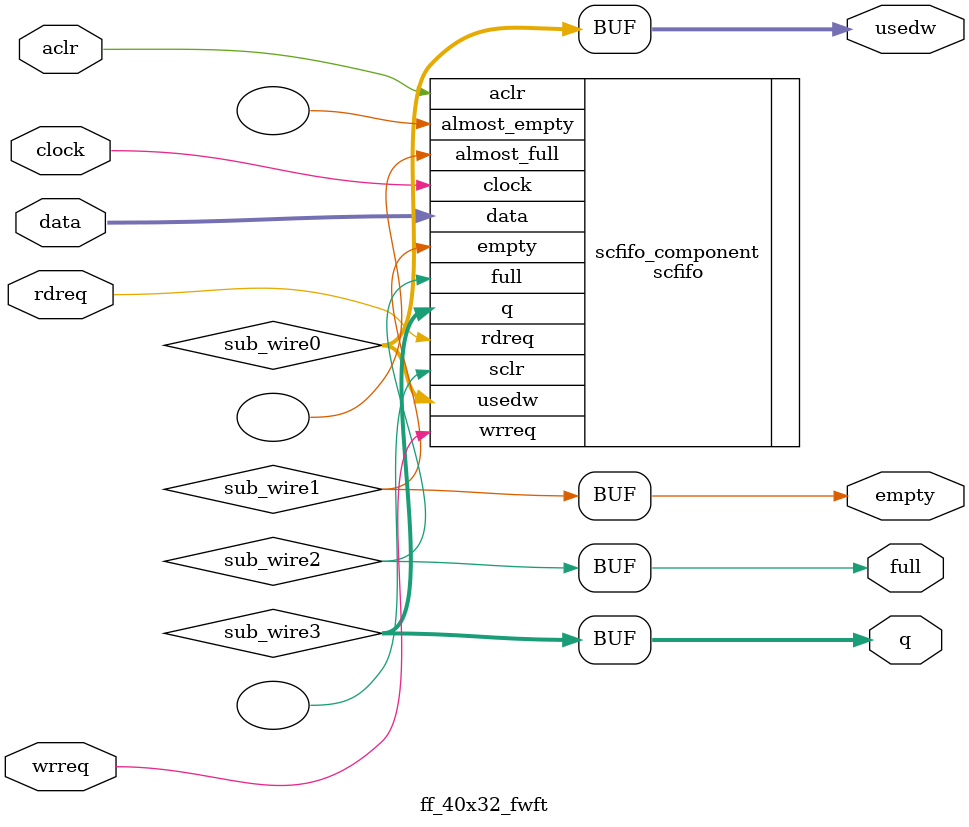
<source format=v>
module ff_40x32_fwft (
	aclr,
	clock,
	data,
	rdreq,
	wrreq,
	empty,
	full,
	q,
	usedw);
	input	  aclr;
	input	  clock;
	input	[39:0]  data;
	input	  rdreq;
	input	  wrreq;
	output	  empty;
	output	  full;
	output	[39:0]  q;
	output	[4:0]  usedw;
	wire [4:0] sub_wire0;
	wire  sub_wire1;
	wire  sub_wire2;
	wire [39:0] sub_wire3;
	wire [4:0] usedw = sub_wire0[4:0];
	wire  empty = sub_wire1;
	wire  full = sub_wire2;
	wire [39:0] q = sub_wire3[39:0];
	scfifo	scfifo_component (
				.clock (clock),
				.wrreq (wrreq),
				.aclr (aclr),
				.data (data),
				.rdreq (rdreq),
				.usedw (sub_wire0),
				.empty (sub_wire1),
				.full (sub_wire2),
				.q (sub_wire3),
				.almost_empty (),
				.almost_full (),
				.sclr ());
	defparam
		scfifo_component.add_ram_output_register = "ON",
		scfifo_component.intended_device_family = "Cyclone V",
		scfifo_component.lpm_hint = "RAM_BLOCK_TYPE=MLAB",
		scfifo_component.lpm_numwords = 32,
		scfifo_component.lpm_showahead = "ON",
		scfifo_component.lpm_type = "scfifo",
		scfifo_component.lpm_width = 40,
		scfifo_component.lpm_widthu = 5,
		scfifo_component.overflow_checking = "ON",
		scfifo_component.underflow_checking = "ON",
		scfifo_component.use_eab = "ON";
endmodule
</source>
